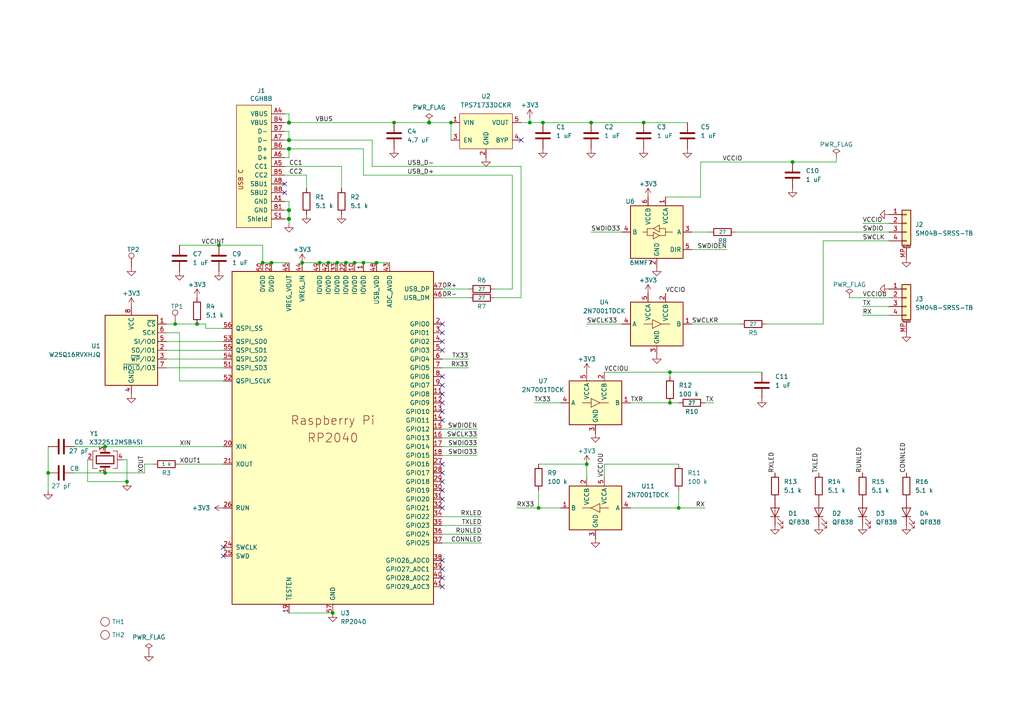
<source format=kicad_sch>
(kicad_sch (version 20231120) (generator "eeschema") (generator_version "8.0")
  (paper "A4")
  (title_block (title "USB to SWD interface") (date "2024-08-17") (rev "1") (company "Harmon Instruments, LLC"))
  (lib_symbols
    (symbol "Connector:TestPoint" (pin_numbers hide) (pin_names (offset 0.762) hide)
      (property "Reference" "TP" (at 0 6.858 0))
      (property "Value" "TestPoint" (at 0 5.08 0))
      (symbol "TestPoint_0_1"
        (circle (center 0 3.302) (radius 0.762))
      )
      (symbol "TestPoint_1_1"
        (pin passive line (at 0 0 90) (length 2.54) (name "1") (number "1"))
      )
    )
    (symbol "Connector_Generic_MountingPin:Conn_01x04_MountingPin" (pin_names (offset 1.016) hide)
      (property "Reference" "J" (at 0 5.08 0))
      (property "Value" "Conn_01x04_MountingPin" (at 1.27 -7.62 0))
      (symbol "Conn_01x04_MountingPin_1_1"
        (rectangle (start -1.27 -4.953) (end 0 -5.207) (stroke (width 0.1524)))
        (rectangle (start -1.27 -2.413) (end 0 -2.667) (stroke (width 0.1524)))
        (rectangle (start -1.27 0.127) (end 0 -0.127) (stroke (width 0.1524)))
        (rectangle (start -1.27 2.667) (end 0 2.413) (stroke (width 0.1524)))
        (rectangle (start -1.27 3.81) (end 1.27 -6.35) (stroke (width 0.254)) (fill (type background)))
        (polyline (pts (xy -1.016 -7.112) (xy 1.016 -7.112)) (stroke (width 0.1524)))
        (text "Mounting" (at 0 -6.731 0) (effects (font (size 0.381 0.381))))
        (pin passive line (at -5.08 2.54 0) (length 3.81) (name "Pin_1") (number "1"))
        (pin passive line (at -5.08 0 0) (length 3.81) (name "Pin_2") (number "2"))
        (pin passive line (at -5.08 -2.54 0) (length 3.81) (name "Pin_3") (number "3"))
        (pin passive line (at -5.08 -5.08 0) (length 3.81) (name "Pin_4") (number "4"))
        (pin passive line (at 0 -10.16 90) (length 3.048) (name "MountPin") (number "MP"))
      )
    )
    (symbol "Device:C" (pin_numbers hide) (pin_names (offset 0.254))
      (property "Reference" "C" (at 0.635 2.54 0))
      (property "Value" "C" (at 0.635 -2.54 0))
      (symbol "C_0_1"
        (polyline (pts (xy -2.032 -0.762) (xy 2.032 -0.762)) (stroke (width 0.508)))
        (polyline (pts (xy -2.032 0.762) (xy 2.032 0.762)) (stroke (width 0.508)))
      )
      (symbol "C_1_1"
        (pin passive line (at 0 3.81 270) (length 2.794) (name "~") (number "1"))
        (pin passive line (at 0 -3.81 90) (length 2.794) (name "~") (number "2"))
      )
    )
    (symbol "Device:Crystal_GND24" (pin_names (offset 1.016) hide)
      (property "Reference" "Y" (at 3.175 5.08 0))
      (property "Value" "Crystal_GND24" (at 3.175 3.175 0))
      (symbol "Crystal_GND24_0_1"
        (rectangle (start -1.143 2.54) (end 1.143 -2.54) (stroke (width 0.3048)))
        (polyline (pts (xy -2.54 0) (xy -2.032 0)))
        (polyline (pts (xy -2.032 -1.27) (xy -2.032 1.27)) (stroke (width 0.508)))
        (polyline (pts (xy 0 -3.81) (xy 0 -3.556)))
        (polyline (pts (xy 0 3.556) (xy 0 3.81)))
        (polyline (pts (xy 2.032 -1.27) (xy 2.032 1.27)) (stroke (width 0.508)))
        (polyline (pts (xy 2.032 0) (xy 2.54 0)))
        (polyline (pts (xy -2.54 -2.286) (xy -2.54 -3.556) (xy 2.54 -3.556) (xy 2.54 -2.286)))
        (polyline (pts (xy -2.54 2.286) (xy -2.54 3.556) (xy 2.54 3.556) (xy 2.54 2.286)))
      )
      (symbol "Crystal_GND24_1_1"
        (pin passive line (at -3.81 0 0) (length 1.27) (name "1") (number "1"))
        (pin passive line (at 0 5.08 270) (length 1.27) (name "2") (number "2"))
        (pin passive line (at 3.81 0 180) (length 1.27) (name "3") (number "3"))
        (pin passive line (at 0 -5.08 90) (length 1.27) (name "4") (number "4"))
      )
    )
    (symbol "Device:R" (pin_numbers hide) (pin_names (offset 0))
      (property "Reference" "R" (at 2.032 0 90))
      (property "Value" "R" (at 0 0 90))
      (symbol "R_0_1"
        (rectangle (start -1.016 -2.54) (end 1.016 2.54) (stroke (width 0.254)))
      )
      (symbol "R_1_1"
        (pin passive line (at 0 3.81 270) (length 1.27) (name "~") (number "1"))
        (pin passive line (at 0 -3.81 90) (length 1.27) (name "~") (number "2"))
      )
    )
    (symbol "Memory_Flash:AT25SF081-SSHD-X"
      (property "Reference" "U" (at -6.35 11.43 0))
      (property "Value" "AT25SF081-SSHD-X" (at 11.43 11.43 0))
      (symbol "AT25SF081-SSHD-X_0_1"
        (rectangle (start -7.62 10.16) (end 7.62 -10.16) (stroke (width 0.254)) (fill (type background)))
      )
      (symbol "AT25SF081-SSHD-X_1_1"
        (pin input line (at -10.16 7.62 0) (length 2.54) (name "~{CS}") (number "1"))
        (pin bidirectional line (at -10.16 0 0) (length 2.54) (name "SO/IO1") (number "2"))
        (pin bidirectional line (at -10.16 -2.54 0) (length 2.54) (name "~{WP}/IO2") (number "3"))
        (pin power_in line (at 0 -12.7 90) (length 2.54) (name "GND") (number "4"))
        (pin bidirectional line (at -10.16 2.54 0) (length 2.54) (name "SI/IO0") (number "5"))
        (pin input line (at -10.16 5.08 0) (length 2.54) (name "SCK") (number "6"))
        (pin bidirectional line (at -10.16 -5.08 0) (length 2.54) (name "~{HOLD}/IO3") (number "7"))
        (pin power_in line (at 0 12.7 270) (length 2.54) (name "VCC") (number "8"))
      )
    )
    (symbol "connector:CGH8B" (pin_names (offset 1.016))
      (property "Reference" "J" (at -10.16 3.81 0))
      (property "Value" "CGH8B" (at -10.16 1.27 0))
      (symbol "CGH8B_0_0"
        (text "USB C" (at -8.89 -21.59 900) (effects (font (size 1.27 1.27))))
      )
      (symbol "CGH8B_0_1"
        (rectangle (start 0 0) (end -10.16 -35.56) (fill (type background)))
      )
      (symbol "CGH8B_1_1"
        (pin passive line (at 3.81 -27.94 180) (length 3.81) (name "GND") (number "A1"))
        (pin passive line (at 3.81 -2.54 180) (length 3.81) (name "VBUS") (number "A4"))
        (pin passive line (at 3.81 -17.78 180) (length 3.81) (name "CC1") (number "A5"))
        (pin bidirectional line (at 3.81 -15.24 180) (length 3.81) (name "D+") (number "A6"))
        (pin bidirectional line (at 3.81 -10.16 180) (length 3.81) (name "D-") (number "A7"))
        (pin passive line (at 3.81 -22.86 180) (length 3.81) (name "SBU1") (number "A8"))
        (pin passive line (at 3.81 -30.48 180) (length 3.81) (name "GND") (number "B1"))
        (pin passive line (at 3.81 -5.08 180) (length 3.81) (name "VBUS") (number "B4"))
        (pin passive line (at 3.81 -20.32 180) (length 3.81) (name "CC2") (number "B5"))
        (pin bidirectional line (at 3.81 -12.7 180) (length 3.81) (name "D+") (number "B6"))
        (pin bidirectional line (at 3.81 -7.62 180) (length 3.81) (name "D-") (number "B7"))
        (pin passive line (at 3.81 -25.4 180) (length 3.81) (name "SBU2") (number "B8"))
        (pin passive line (at 3.81 -33.02 180) (length 3.81) (name "Shield") (number "S1"))
      )
    )
    (symbol "diode:QF838" (pin_numbers hide) (pin_names (offset 1.016) hide)
      (property "Reference" "D" (at 0 2.54 0))
      (property "Value" "QF838" (at 0 -2.54 0))
      (symbol "QF838_0_1"
        (polyline (pts (xy -1.27 -1.27) (xy -1.27 1.27)) (stroke (width 0.2032)))
        (polyline (pts (xy -1.27 0) (xy 1.27 0)))
        (polyline (pts (xy 1.27 -1.27) (xy 1.27 1.27) (xy -1.27 0) (xy 1.27 -1.27)) (stroke (width 0.2032)))
        (polyline (pts (xy -3.048 -0.762) (xy -4.572 -2.286) (xy -3.81 -2.286) (xy -4.572 -2.286) (xy -4.572 -1.524)))
        (polyline (pts (xy -1.778 -0.762) (xy -3.302 -2.286) (xy -2.54 -2.286) (xy -3.302 -2.286) (xy -3.302 -1.524)))
      )
      (symbol "QF838_1_1"
        (pin passive line (at -3.81 0 0) (length 2.54) (name "K") (number "1"))
        (pin passive line (at 3.81 0 180) (length 2.54) (name "A") (number "2"))
      )
    )
    (symbol "ic:2KVKT" (pin_names (offset 1.016))
      (property "Reference" "U12" (at -27.94 49.53 0))
      (property "Value" "2KVKT" (at 24.13 -50.8 0))
      (symbol "2KVKT_0_0"
        (text "Raspberry Pi" (at 0 5.08 0) (effects (font (size 2.54 2.54))))
        (text "RP2040" (at 0 0 0) (effects (font (size 2.54 2.54))))
      )
      (symbol "2KVKT_0_1"
        (rectangle (start 29.21 48.26) (end -29.21 -48.26) (stroke (width 0.254)) (fill (type background)))
      )
      (symbol "2KVKT_1_1"
        (pin power_in line (at 8.89 50.8 270) (length 2.54) (name "IOVDD") (number "1"))
        (pin power_in line (at 6.35 50.8 270) (length 2.54) (name "IOVDD") (number "10"))
        (pin bidirectional line (at 31.75 12.7 180) (length 2.54) (name "GPIO8") (number "11"))
        (pin bidirectional line (at 31.75 10.16 180) (length 2.54) (name "GPIO9") (number "12"))
        (pin bidirectional line (at 31.75 7.62 180) (length 2.54) (name "GPIO10") (number "13"))
        (pin bidirectional line (at 31.75 5.08 180) (length 2.54) (name "GPIO11") (number "14"))
        (pin bidirectional line (at 31.75 2.54 180) (length 2.54) (name "GPIO12") (number "15"))
        (pin bidirectional line (at 31.75 0 180) (length 2.54) (name "GPIO13") (number "16"))
        (pin bidirectional line (at 31.75 -2.54 180) (length 2.54) (name "GPIO14") (number "17"))
        (pin bidirectional line (at 31.75 -5.08 180) (length 2.54) (name "GPIO15") (number "18"))
        (pin passive line (at -12.7 -50.8 90) (length 2.54) (name "TESTEN") (number "19"))
        (pin bidirectional line (at 31.75 33.02 180) (length 2.54) (name "GPIO0") (number "2"))
        (pin input line (at -31.75 -2.54 0) (length 2.54) (name "XIN") (number "20"))
        (pin passive line (at -31.75 -7.62 0) (length 2.54) (name "XOUT") (number "21"))
        (pin power_in line (at 3.81 50.8 270) (length 2.54) (name "IOVDD") (number "22"))
        (pin power_in line (at -17.78 50.8 270) (length 2.54) (name "DVDD") (number "23"))
        (pin input line (at -31.75 -31.75 0) (length 2.54) (name "SWCLK") (number "24"))
        (pin bidirectional line (at -31.75 -34.29 0) (length 2.54) (name "SWD") (number "25"))
        (pin input line (at -31.75 -20.32 0) (length 2.54) (name "RUN") (number "26"))
        (pin bidirectional line (at 31.75 -7.62 180) (length 2.54) (name "GPIO16") (number "27"))
        (pin bidirectional line (at 31.75 -10.16 180) (length 2.54) (name "GPIO17") (number "28"))
        (pin bidirectional line (at 31.75 -12.7 180) (length 2.54) (name "GPIO18") (number "29"))
        (pin bidirectional line (at 31.75 30.48 180) (length 2.54) (name "GPIO1") (number "3"))
        (pin bidirectional line (at 31.75 -15.24 180) (length 2.54) (name "GPIO19") (number "30"))
        (pin bidirectional line (at 31.75 -17.78 180) (length 2.54) (name "GPIO20") (number "31"))
        (pin bidirectional line (at 31.75 -20.32 180) (length 2.54) (name "GPIO21") (number "32"))
        (pin power_in line (at 1.27 50.8 270) (length 2.54) (name "IOVDD") (number "33"))
        (pin bidirectional line (at 31.75 -22.86 180) (length 2.54) (name "GPIO22") (number "34"))
        (pin bidirectional line (at 31.75 -25.4 180) (length 2.54) (name "GPIO23") (number "35"))
        (pin bidirectional line (at 31.75 -27.94 180) (length 2.54) (name "GPIO24") (number "36"))
        (pin bidirectional line (at 31.75 -30.48 180) (length 2.54) (name "GPIO25") (number "37"))
        (pin bidirectional line (at 31.75 -35.56 180) (length 2.54) (name "GPIO26_ADC0") (number "38"))
        (pin bidirectional line (at 31.75 -38.1 180) (length 2.54) (name "GPIO27_ADC1") (number "39"))
        (pin bidirectional line (at 31.75 27.94 180) (length 2.54) (name "GPIO2") (number "4"))
        (pin bidirectional line (at 31.75 -40.64 180) (length 2.54) (name "GPIO28_ADC2") (number "40"))
        (pin bidirectional line (at 31.75 -43.18 180) (length 2.54) (name "GPIO29_ADC3") (number "41"))
        (pin power_in line (at -1.27 50.8 270) (length 2.54) (name "IOVDD") (number "42"))
        (pin power_in line (at 16.51 50.8 270) (length 2.54) (name "ADC_AVDD") (number "43"))
        (pin power_in line (at -8.89 50.8 270) (length 2.54) (name "VREG_IN") (number "44"))
        (pin power_out line (at -12.7 50.8 270) (length 2.54) (name "VREG_VOUT") (number "45"))
        (pin bidirectional line (at 31.75 40.64 180) (length 2.54) (name "USB_DM") (number "46"))
        (pin bidirectional line (at 31.75 43.18 180) (length 2.54) (name "USB_DP") (number "47"))
        (pin power_in line (at 12.7 50.8 270) (length 2.54) (name "USB_VDD") (number "48"))
        (pin power_in line (at -3.81 50.8 270) (length 2.54) (name "IOVDD") (number "49"))
        (pin bidirectional line (at 31.75 25.4 180) (length 2.54) (name "GPIO3") (number "5"))
        (pin power_in line (at -20.32 50.8 270) (length 2.54) (name "DVDD") (number "50"))
        (pin bidirectional line (at -31.75 20.32 0) (length 2.54) (name "QSPI_SD3") (number "51"))
        (pin output line (at -31.75 16.51 0) (length 2.54) (name "QSPI_SCLK") (number "52"))
        (pin bidirectional line (at -31.75 27.94 0) (length 2.54) (name "QSPI_SD0") (number "53"))
        (pin bidirectional line (at -31.75 22.86 0) (length 2.54) (name "QSPI_SD2") (number "54"))
        (pin bidirectional line (at -31.75 25.4 0) (length 2.54) (name "QSPI_SD1") (number "55"))
        (pin bidirectional line (at -31.75 31.75 0) (length 2.54) (name "QSPI_SS") (number "56"))
        (pin power_in line (at 0 -50.8 90) (length 2.54) (name "GND") (number "57"))
        (pin bidirectional line (at 31.75 22.86 180) (length 2.54) (name "GPIO4") (number "6"))
        (pin bidirectional line (at 31.75 20.32 180) (length 2.54) (name "GPIO5") (number "7"))
        (pin bidirectional line (at 31.75 17.78 180) (length 2.54) (name "GPIO6") (number "8"))
        (pin bidirectional line (at 31.75 15.24 180) (length 2.54) (name "GPIO7") (number "9"))
      )
    )
    (symbol "ic:2N7001TDCK"
      (property "Reference" "U" (at -6.858 7.62 0))
      (property "Value" "2N7001TDCK" (at 3.556 7.62 0))
      (symbol "2N7001TDCK_0_1"
        (rectangle (start -7.62 6.35) (end 7.62 -6.35) (stroke (width 0.254)) (fill (type background)))
        (polyline (pts (xy -3.81 0) (xy -1.27 0)))
        (polyline (pts (xy 3.81 0) (xy 1.27 0)))
        (polyline (pts (xy -1.27 -1.27) (xy -1.27 1.27) (xy 1.27 0) (xy -1.27 -1.27)))
      )
      (symbol "2N7001TDCK_1_1"
        (pin output line (at 10.16 0 180) (length 2.54) (name "B") (number "1"))
        (pin power_in line (at 2.54 8.89 270) (length 2.54) (name "VCCB") (number "2"))
        (pin power_in line (at 0 -8.89 90) (length 2.54) (name "GND") (number "3"))
        (pin input line (at -10.16 0 0) (length 2.54) (name "A") (number "4"))
        (pin power_in line (at -2.54 8.89 270) (length 2.54) (name "VCCA") (number "5"))
      )
    )
    (symbol "ic:6MMF7"
      (property "Reference" "U" (at -6.35 8.89 0))
      (property "Value" "6MMF7" (at 3.81 8.89 0))
      (symbol "6MMF7_0_1"
        (rectangle (start -7.62 7.62) (end 7.62 -7.62) (stroke (width 0.254)) (fill (type background)))
        (polyline (pts (xy -2.54 0) (xy -2.54 1.016) (xy -0.762 1.016)))
        (polyline (pts (xy 2.794 0) (xy 2.794 -1.016) (xy 1.016 -1.016)))
        (polyline (pts (xy -0.762 -1.016) (xy -2.54 -1.016) (xy -2.54 0) (xy -4.572 0)))
        (polyline (pts (xy -0.762 0) (xy -0.762 2.032) (xy 1.016 1.016) (xy -0.762 0)))
        (polyline (pts (xy 1.016 1.016) (xy 2.794 1.016) (xy 2.794 0) (xy 4.064 0)))
        (polyline (pts (xy 1.016 0) (xy 1.016 -1.778) (xy 1.016 -2.032) (xy -0.762 -1.016) (xy 1.016 0)))
      )
      (symbol "6MMF7_1_1"
        (pin power_in line (at -2.54 10.16 270) (length 2.54) (name "VCCA") (number "1"))
        (pin power_in line (at 0 -10.16 90) (length 2.54) (name "GND") (number "2"))
        (pin bidirectional line (at -10.16 0 0) (length 2.54) (name "A") (number "3"))
        (pin bidirectional line (at 10.16 0 180) (length 2.54) (name "B") (number "4"))
        (pin input line (at -10.16 -5.08 0) (length 2.54) (name "DIR") (number "5"))
        (pin power_in line (at 2.54 10.16 270) (length 2.54) (name "VCCB") (number "6"))
      )
    )
    (symbol "ic:CGK8Y" (pin_names (offset 1.016))
      (property "Reference" "U" (at 0 1.27 0))
      (property "Value" "CGK8Y" (at 15.24 1.27 0))
      (symbol "CGK8Y_0_1"
        (rectangle (start 0 0) (end 15.24 -10.16) (fill (type background)))
      )
      (symbol "CGK8Y_1_1"
        (pin power_in line (at -2.54 -2.54 0) (length 2.54) (name "VIN") (number "1"))
        (pin power_in line (at 7.62 -12.7 90) (length 2.54) (name "GND") (number "2"))
        (pin input line (at -2.54 -7.62 0) (length 2.54) (name "EN") (number "3"))
        (pin passive line (at 17.78 -7.62 180) (length 2.54) (name "BYP") (number "4"))
        (pin power_out line (at 17.78 -2.54 180) (length 2.54) (name "VOUT") (number "5"))
      )
    )
    (symbol "misc:tooling_hole" (pin_numbers hide) (pin_names (offset 1.016) hide)
      (property "Reference" "TH" (at 2.54 0 0))
      (symbol "tooling_hole_0_0"
        (circle (center 0 0) (radius 1.27))
      )
    )
    (symbol "power:+3V3" (power) (pin_names (offset 0))
      (property "Value" "+3V3" (at 0 3.556 0))
      (symbol "+3V3_0_1"
        (polyline (pts (xy -0.762 1.27) (xy 0 2.54)))
        (polyline (pts (xy 0 0) (xy 0 2.54)))
        (polyline (pts (xy 0 2.54) (xy 0.762 1.27)))
      )
      (symbol "+3V3_1_1"
        (pin power_in line (at 0 0 90) (length 0) hide (name "+3V3") (number "1"))
      )
    )
    (symbol "power:GND" (power) (pin_names (offset 0))
      (property "Value" "GND" (at 0 -3.81 0))
      (symbol "GND_0_1"
        (polyline (pts (xy 0 0) (xy 0 -1.27) (xy 1.27 -1.27) (xy 0 -2.54) (xy -1.27 -1.27) (xy 0 -1.27)))
      )
      (symbol "GND_1_1"
        (pin power_in line (at 0 0 270) (length 0) hide (name "GND") (number "1"))
      )
    )
    (symbol "power:PWR_FLAG" (power) (pin_numbers hide) (pin_names (offset 0) hide)
      (property "Value" "PWR_FLAG" (at 0 3.81 0))
      (symbol "PWR_FLAG_0_0"
        (pin power_out line (at 0 0 90) (length 0) (name "pwr") (number "1"))
      )
      (symbol "PWR_FLAG_0_1"
        (polyline (pts (xy 0 0) (xy 0 1.27) (xy -1.016 1.905) (xy 0 2.54) (xy 1.016 1.905) (xy 0 1.27)))
      )
    )
  )
  (junction (at 229.87 46.99))
  (junction (at 186.69 35.56))
  (junction (at 83.82 40.64) (diameter 1.016))
  (junction (at 95.25 76.2))
  (junction (at 83.82 43.18) (diameter 1.016))
  (junction (at 13.97 137.16))
  (junction (at 194.31 107.95))
  (junction (at 83.82 63.5) (diameter 1.016))
  (junction (at 50.8 93.98))
  (junction (at 36.83 139.7))
  (junction (at 171.45 35.56))
  (junction (at 109.22 76.2))
  (junction (at 153.67 35.56))
  (junction (at 124.46 35.56) (diameter 1.016))
  (junction (at 194.31 116.84))
  (junction (at 170.18 134.62))
  (junction (at 196.85 147.32))
  (junction (at 96.52 177.8))
  (junction (at 100.33 76.2))
  (junction (at 87.63 76.2))
  (junction (at 78.74 76.2))
  (junction (at 114.3 35.56))
  (junction (at 102.87 76.2))
  (junction (at 92.71 76.2))
  (junction (at 30.48 129.54))
  (junction (at 156.21 147.32))
  (junction (at 76.2 76.2))
  (junction (at 83.82 35.56) (diameter 1.016))
  (junction (at 57.15 93.98))
  (junction (at 83.82 60.96) (diameter 1.016))
  (junction (at 63.5 71.12))
  (junction (at 130.81 35.56))
  (junction (at 105.41 76.2))
  (junction (at 30.48 137.16))
  (junction (at 157.48 35.56))
  (junction (at 97.79 76.2))
  (no_connect (at 128.27 167.64))
  (no_connect (at 128.27 114.3))
  (no_connect (at 128.27 111.76))
  (no_connect (at 128.27 99.06))
  (no_connect (at 64.77 161.29))
  (no_connect (at 128.27 144.78))
  (no_connect (at 128.27 147.32))
  (no_connect (at 128.27 162.56))
  (no_connect (at 128.27 170.18))
  (no_connect (at 128.27 134.62))
  (no_connect (at 128.27 142.24))
  (no_connect (at 151.13 40.64))
  (no_connect (at 128.27 165.1))
  (no_connect (at 128.27 109.22))
  (no_connect (at 128.27 96.52))
  (no_connect (at 128.27 139.7))
  (no_connect (at 128.27 137.16))
  (no_connect (at 128.27 93.98))
  (no_connect (at 82.55 55.88))
  (no_connect (at 82.55 53.34))
  (no_connect (at 64.77 158.75))
  (no_connect (at 128.27 119.38))
  (no_connect (at 128.27 101.6))
  (no_connect (at 128.27 121.92))
  (no_connect (at 128.27 116.84))
  (wire (pts (xy 105.41 50.8) (xy 148.59 50.8)))
  (wire (pts (xy 156.21 142.24) (xy 156.21 147.32)))
  (wire (pts (xy 194.31 109.22) (xy 194.31 107.95)))
  (wire (pts (xy 139.7 149.86) (xy 128.27 149.86)))
  (wire (pts (xy 50.8 93.98) (xy 57.15 93.98)))
  (wire (pts (xy 170.18 93.98) (xy 180.34 93.98)))
  (wire (pts (xy 196.85 147.32) (xy 204.47 147.32)))
  (wire (pts (xy 229.87 46.99) (xy 242.57 46.99)))
  (wire (pts (xy 52.07 96.52) (xy 52.07 110.49)))
  (wire (pts (xy 257.81 64.77) (xy 250.19 64.77)))
  (wire (pts (xy 196.85 147.32) (xy 196.85 142.24)))
  (wire (pts (xy 238.76 69.85) (xy 257.81 69.85)))
  (wire (pts (xy 76.2 76.2) (xy 78.74 76.2)))
  (wire (pts (xy 83.82 58.42) (xy 82.55 58.42)))
  (wire (pts (xy 210.82 72.39) (xy 200.66 72.39)))
  (wire (pts (xy 105.41 76.2) (xy 102.87 76.2)))
  (wire (pts (xy 82.55 43.18) (xy 83.82 43.18)))
  (wire (pts (xy 151.13 35.56) (xy 153.67 35.56)))
  (wire (pts (xy 153.67 35.56) (xy 157.48 35.56)))
  (wire (pts (xy 138.43 124.46) (xy 128.27 124.46)))
  (wire (pts (xy 148.59 83.82) (xy 143.51 83.82)))
  (wire (pts (xy 138.43 127) (xy 128.27 127)))
  (wire (pts (xy 242.57 45.72) (xy 242.57 46.99)))
  (wire (pts (xy 139.7 157.48) (xy 128.27 157.48)))
  (wire (pts (xy 36.83 133.35) (xy 35.56 133.35)))
  (wire (pts (xy 102.87 76.2) (xy 100.33 76.2)))
  (wire (pts (xy 200.66 93.98) (xy 214.63 93.98)))
  (wire (pts (xy 99.06 48.26) (xy 99.06 54.61)))
  (wire (pts (xy 13.97 129.54) (xy 13.97 137.16)))
  (wire (pts (xy 83.82 60.96) (xy 83.82 58.42)))
  (wire (pts (xy 196.85 116.84) (xy 194.31 116.84)))
  (wire (pts (xy 182.88 116.84) (xy 194.31 116.84)))
  (wire (pts (xy 82.55 48.26) (xy 99.06 48.26)))
  (wire (pts (xy 48.26 93.98) (xy 50.8 93.98)))
  (wire (pts (xy 82.55 50.8) (xy 88.9 50.8)))
  (wire (pts (xy 21.59 137.16) (xy 30.48 137.16)))
  (wire (pts (xy 83.82 35.56) (xy 114.3 35.56)))
  (wire (pts (xy 82.55 38.1) (xy 83.82 38.1)))
  (wire (pts (xy 175.26 107.95) (xy 194.31 107.95)))
  (wire (pts (xy 139.7 154.94) (xy 128.27 154.94)))
  (wire (pts (xy 156.21 147.32) (xy 149.86 147.32)))
  (wire (pts (xy 57.15 93.98) (xy 59.69 93.98)))
  (wire (pts (xy 30.48 137.16) (xy 41.91 137.16)))
  (wire (pts (xy 135.89 83.82) (xy 128.27 83.82)))
  (wire (pts (xy 82.55 60.96) (xy 83.82 60.96)))
  (wire (pts (xy 83.82 33.02) (xy 83.82 35.56)))
  (wire (pts (xy 105.41 43.18) (xy 105.41 50.8)))
  (wire (pts (xy 52.07 71.12) (xy 63.5 71.12)))
  (wire (pts (xy 21.59 129.54) (xy 30.48 129.54)))
  (wire (pts (xy 156.21 134.62) (xy 170.18 134.62)))
  (wire (pts (xy 82.55 35.56) (xy 83.82 35.56)))
  (wire (pts (xy 41.91 134.62) (xy 44.45 134.62)))
  (wire (pts (xy 170.18 134.62) (xy 170.18 138.43)))
  (wire (pts (xy 36.83 139.7) (xy 36.83 133.35)))
  (wire (pts (xy 83.82 45.72) (xy 82.55 45.72)))
  (wire (pts (xy 128.27 86.36) (xy 135.89 86.36)))
  (wire (pts (xy 246.38 86.36) (xy 257.81 86.36)))
  (wire (pts (xy 157.48 35.56) (xy 171.45 35.56)))
  (wire (pts (xy 63.5 71.12) (xy 76.2 71.12)))
  (wire (pts (xy 207.01 116.84) (xy 204.47 116.84)))
  (wire (pts (xy 30.48 129.54) (xy 64.77 129.54)))
  (wire (pts (xy 78.74 76.2) (xy 83.82 76.2)))
  (wire (pts (xy 238.76 93.98) (xy 222.25 93.98)))
  (wire (pts (xy 196.85 134.62) (xy 175.26 134.62)))
  (wire (pts (xy 41.91 137.16) (xy 41.91 134.62)))
  (wire (pts (xy 182.88 147.32) (xy 196.85 147.32)))
  (wire (pts (xy 203.2 46.99) (xy 203.2 57.15)))
  (wire (pts (xy 151.13 86.36) (xy 151.13 48.26)))
  (wire (pts (xy 139.7 152.4) (xy 128.27 152.4)))
  (wire (pts (xy 114.3 35.56) (xy 124.46 35.56)))
  (wire (pts (xy 156.21 147.32) (xy 162.56 147.32)))
  (wire (pts (xy 143.51 86.36) (xy 151.13 86.36)))
  (wire (pts (xy 128.27 104.14) (xy 135.89 104.14)))
  (wire (pts (xy 87.63 76.2) (xy 92.71 76.2)))
  (wire (pts (xy 64.77 104.14) (xy 48.26 104.14)))
  (wire (pts (xy 213.36 67.31) (xy 257.81 67.31)))
  (wire (pts (xy 83.82 38.1) (xy 83.82 40.64)))
  (wire (pts (xy 59.69 93.98) (xy 59.69 95.25)))
  (wire (pts (xy 107.95 48.26) (xy 151.13 48.26)))
  (wire (pts (xy 138.43 129.54) (xy 128.27 129.54)))
  (wire (pts (xy 100.33 76.2) (xy 97.79 76.2)))
  (wire (pts (xy 193.04 57.15) (xy 203.2 57.15)))
  (wire (pts (xy 64.77 101.6) (xy 48.26 101.6)))
  (wire (pts (xy 83.82 40.64) (xy 107.95 40.64)))
  (wire (pts (xy 83.82 177.8) (xy 96.52 177.8)))
  (wire (pts (xy 83.82 43.18) (xy 105.41 43.18)))
  (wire (pts (xy 52.07 134.62) (xy 64.77 134.62)))
  (wire (pts (xy 64.77 106.68) (xy 48.26 106.68)))
  (wire (pts (xy 171.45 35.56) (xy 186.69 35.56)))
  (wire (pts (xy 83.82 63.5) (xy 83.82 60.96)))
  (wire (pts (xy 171.45 67.31) (xy 180.34 67.31)))
  (wire (pts (xy 200.66 67.31) (xy 205.74 67.31)))
  (wire (pts (xy 175.26 134.62) (xy 175.26 138.43)))
  (wire (pts (xy 95.25 76.2) (xy 92.71 76.2)))
  (wire (pts (xy 148.59 50.8) (xy 148.59 83.82)))
  (wire (pts (xy 83.82 43.18) (xy 83.82 45.72)))
  (wire (pts (xy 13.97 137.16) (xy 13.97 142.24)))
  (wire (pts (xy 52.07 110.49) (xy 64.77 110.49)))
  (wire (pts (xy 109.22 76.2) (xy 105.41 76.2)))
  (wire (pts (xy 82.55 63.5) (xy 83.82 63.5)))
  (wire (pts (xy 257.81 91.44) (xy 250.19 91.44)))
  (wire (pts (xy 48.26 99.06) (xy 64.77 99.06)))
  (wire (pts (xy 48.26 96.52) (xy 52.07 96.52)))
  (wire (pts (xy 97.79 76.2) (xy 95.25 76.2)))
  (wire (pts (xy 186.69 35.56) (xy 199.39 35.56)))
  (wire (pts (xy 76.2 71.12) (xy 76.2 76.2)))
  (wire (pts (xy 138.43 132.08) (xy 128.27 132.08)))
  (wire (pts (xy 130.81 40.64) (xy 130.81 35.56)))
  (wire (pts (xy 203.2 46.99) (xy 229.87 46.99)))
  (wire (pts (xy 162.56 116.84) (xy 154.94 116.84)))
  (wire (pts (xy 82.55 33.02) (xy 83.82 33.02)))
  (wire (pts (xy 113.03 76.2) (xy 109.22 76.2)))
  (wire (pts (xy 257.81 88.9) (xy 250.19 88.9)))
  (wire (pts (xy 25.4 139.7) (xy 36.83 139.7)))
  (wire (pts (xy 83.82 40.64) (xy 82.55 40.64)))
  (wire (pts (xy 153.67 35.56) (xy 153.67 34.29)))
  (wire (pts (xy 107.95 40.64) (xy 107.95 48.26)))
  (wire (pts (xy 194.31 107.95) (xy 220.98 107.95)))
  (wire (pts (xy 124.46 35.56) (xy 130.81 35.56)))
  (wire (pts (xy 88.9 50.8) (xy 88.9 54.61)))
  (wire (pts (xy 128.27 106.68) (xy 135.89 106.68)))
  (wire (pts (xy 238.76 69.85) (xy 238.76 93.98)))
  (wire (pts (xy 25.4 133.35) (xy 25.4 139.7)))
  (wire (pts (xy 83.82 64.77) (xy 83.82 63.5)))
  (wire (pts (xy 59.69 95.25) (xy 64.77 95.25)))
  (label "SWDIOEN" (at 210.82 72.39 180))
  (label "RUNLED" (at 139.7 154.94 180))
  (label "USB_D-" (at 118.11 48.26 0))
  (label "SWDIO33" (at 171.45 67.31 0))
  (label "SWCLK33" (at 170.18 93.98 0))
  (label "TX" (at 250.19 88.9 0))
  (label "DR+" (at 128.27 83.82 0))
  (label "TX" (at 207.01 116.84 180))
  (label "VCCIO" (at 250.19 64.77 0))
  (label "SWDIO33" (at 138.43 129.54 180))
  (label "XIN" (at 52.07 129.54 0))
  (label "TXLED" (at 237.49 137.16 90))
  (label "TXLED" (at 139.7 152.4 180))
  (label "RUNLED" (at 250.19 137.16 90))
  (label "USB_D+" (at 118.11 50.8 0))
  (label "VCCIO" (at 193.04 85.09 0))
  (label "SWCLK33" (at 138.43 127 180))
  (label "VCCIOU" (at 250.19 86.36 0))
  (label "CONNLED" (at 262.89 137.16 90))
  (label "CONNLED" (at 139.7 157.48 180))
  (label "RXLED" (at 224.79 137.16 90))
  (label "SWDIO" (at 250.19 67.31 0))
  (label "RXLED" (at 139.7 149.86 180))
  (label "RX33" (at 149.86 147.32 0))
  (label "SWDIO33" (at 138.43 132.08 180))
  (label "SWCLK" (at 250.19 69.85 0))
  (label "CC1" (at 83.82 48.26 0))
  (label "VCCIOU" (at 175.26 138.43 90))
  (label "XOUT1" (at 52.07 134.62 0))
  (label "DR-" (at 128.27 86.36 0))
  (label "VCCIOU" (at 175.26 107.95 0))
  (label "VCCINT" (at 58.42 71.12 0))
  (label "TX33" (at 135.89 104.14 180))
  (label "RX" (at 204.47 147.32 180))
  (label "VBUS" (at 91.44 35.56 0))
  (label "SWDIOEN" (at 138.43 124.46 180))
  (label "VCCIO" (at 209.55 46.99 0))
  (label "TX33" (at 154.94 116.84 0))
  (label "RX" (at 250.19 91.44 0))
  (label "XOUT" (at 41.91 137.16 90))
  (label "TXR" (at 182.88 116.84 0))
  (label "CC2" (at 83.82 50.8 0))
  (label "SWCLKR" (at 200.66 93.98 0))
  (label "RX33" (at 135.89 106.68 180))
  (symbol (lib_id "power:GND") (at 114.3 43.18 0) (unit 1)
    (property "Reference" "#GND06" (effects (hide yes)))
    (property "Value" "GND" (effects (hide yes)))
    (property "Description" "Power symbol creates a global label with name \"GND\" , ground" (effects (hide yes)))
  )
  (symbol (lib_id "Device:C") (at 157.48 39.37 0) (unit 1)
    (property "Reference" "C1" (at 161.29 36.83 0) (effects (justify left)))
    (property "Value" "1 uF" (at 161.29 39.37 0) (effects (justify left)))
    (property "Footprint" "kicad_pcb:C_0402_1005Metric" (effects (hide yes)))
    (property "Description" "Unpolarized capacitor" (effects (hide yes)))
  )
  (symbol (lib_id "power:GND") (at 157.48 43.18 0) (unit 1)
    (property "Reference" "#GND01" (effects (hide yes)))
    (property "Value" "GND" (effects (hide yes)))
    (property "Description" "Power symbol creates a global label with name \"GND\" , ground" (effects (hide yes)))
  )
  (symbol (lib_id "Device:C") (at 171.45 39.37 0) (unit 1)
    (property "Reference" "C2" (at 175.26 36.83 0) (effects (justify left)))
    (property "Value" "1 uF" (at 175.26 39.37 0) (effects (justify left)))
    (property "Footprint" "kicad_pcb:C_0402_1005Metric" (effects (hide yes)))
    (property "Description" "Unpolarized capacitor" (effects (hide yes)))
  )
  (symbol (lib_id "power:GND") (at 171.45 43.18 0) (unit 1)
    (property "Reference" "#GND04" (effects (hide yes)))
    (property "Value" "GND" (effects (hide yes)))
    (property "Description" "Power symbol creates a global label with name \"GND\" , ground" (effects (hide yes)))
  )
  (symbol (lib_id "Device:C") (at 186.69 39.37 0) (unit 1)
    (property "Reference" "C3" (at 190.5 36.83 0) (effects (justify left)))
    (property "Value" "1 uF" (at 190.5 39.37 0) (effects (justify left)))
    (property "Footprint" "kicad_pcb:C_0402_1005Metric" (effects (hide yes)))
    (property "Description" "Unpolarized capacitor" (effects (hide yes)))
  )
  (symbol (lib_id "power:GND") (at 186.69 43.18 0) (unit 1)
    (property "Reference" "#GND05" (effects (hide yes)))
    (property "Value" "GND" (effects (hide yes)))
    (property "Description" "Power symbol creates a global label with name \"GND\" , ground" (effects (hide yes)))
  )
  (symbol (lib_id "Device:C") (at 229.87 50.8 0) (unit 1)
    (property "Reference" "C10" (at 233.68 49.53 0) (effects (justify left)))
    (property "Value" "1 uF" (at 233.68 52.07 0) (effects (justify left)))
    (property "Footprint" "kicad_pcb:C_0402_1005Metric" (effects (hide yes)))
    (property "Description" "Unpolarized capacitor" (effects (hide yes)))
  )
  (symbol (lib_id "power:GND") (at 199.39 43.18 0) (unit 1)
    (property "Reference" "#GND07" (effects (hide yes)))
    (property "Value" "GND" (effects (hide yes)))
    (property "Description" "Power symbol creates a global label with name \"GND\" , ground" (effects (hide yes)))
  )
  (symbol (lib_id "power:GND") (at 229.87 54.61 0) (unit 1)
    (property "Reference" "#GND020" (effects (hide yes)))
    (property "Value" "GND" (effects (hide yes)))
    (property "Description" "Power symbol creates a global label with name \"GND\" , ground" (effects (hide yes)))
  )
  (symbol (lib_id "power:GND") (at 262.89 74.93 0) (unit 1)
    (property "Reference" "#GND022" (effects (hide yes)))
    (property "Value" "GND" (effects (hide yes)))
    (property "Description" "Power symbol creates a global label with name \"GND\" , ground" (effects (hide yes)))
  )
  (symbol (lib_id "misc:tooling_hole") (at 30.48 180.34 0) (unit 1)
    (property "Reference" "TH1" (at 32.4612 180.34 0) (effects (justify left)))
    (property "Value" "tooling_hole" (effects (hide yes)))
    (property "Footprint" "kicad_pcb:tooling_hole_2.55" (effects (hide yes)))
  )
  (symbol (lib_id "misc:tooling_hole") (at 30.48 184.15 0) (unit 1)
    (property "Reference" "TH2" (at 32.4612 184.15 0) (effects (justify left)))
    (property "Value" "tooling_hole" (effects (hide yes)))
    (property "Footprint" "kicad_pcb:tooling_hole_2.55" (effects (hide yes)))
  )
  (symbol (lib_id "Device:C") (at 199.39 39.37 0) (unit 1)
    (property "Reference" "C5" (at 203.2 36.83 0) (effects (justify left)))
    (property "Value" "1 uF" (at 203.2 39.37 0) (effects (justify left)))
    (property "Footprint" "kicad_pcb:C_0402_1005Metric" (effects (hide yes)))
    (property "Description" "Unpolarized capacitor" (effects (hide yes)))
  )
  (symbol (lib_id "power:PWR_FLAG") (at 242.57 45.72 0) (unit 1)
    (property "Reference" "#FLG01" (effects (hide yes)))
    (property "Value" "PWR_FLAG" (at 242.57 41.91 0))
    (property "Description" "Special symbol for telling ERC where power comes from" (effects (hide yes)))
  )
  (symbol (lib_id "ic:6MMF7") (at 190.5 67.31 0) (mirror y) (unit 1)
    (property "Reference" "U6" (at 184.15 58.42 0) (effects (justify left)))
    (property "Value" "6MMF7" (at 189.23 76.2 0) (effects (justify left)))
    (property "Footprint" "kicad_pcb:SOT-363_SC-70-6" (effects (hide yes)))
    (property "Datasheet" "${PARTS}/6MMF7/74LVC_LVCH1T45.pdf" (effects (hide yes)))
  )
  (symbol (lib_id "power:GND") (at 190.5 77.47 0) (unit 1)
    (property "Reference" "#GND0105" (effects (hide yes)))
    (property "Value" "GND" (effects (hide yes)))
    (property "Description" "Power symbol creates a global label with name \"GND\" , ground" (effects (hide yes)))
  )
  (symbol (lib_id "connector:CGH8B") (at 78.74 30.48 0) (unit 1)
    (property "Reference" "J1" (at 75.7682 26.289 0))
    (property "Value" "CGH8B" (at 75.7682 28.6004 0))
    (property "Footprint" "kicad_pcb:USB_C_Receptacle_HRO_TYPE-C-31-M-12" (effects (hide yes)))
    (property "Datasheet" "${PARTS}/CGH8B/TYPE-C-31-M-12.pdf" (effects (hide yes)))
  )
  (symbol (lib_id "power:GND") (at 83.82 64.77 0) (unit 1)
    (property "Reference" "#GND0101" (effects (hide yes)))
    (property "Value" "GND" (effects (hide yes)))
    (property "Description" "Power symbol creates a global label with name \"GND\" , ground" (effects (hide yes)))
  )
  (symbol (lib_id "power:GND") (at 88.9 62.23 0) (unit 1)
    (property "Reference" "#GND0102" (effects (hide yes)))
    (property "Value" "GND" (effects (hide yes)))
    (property "Description" "Power symbol creates a global label with name \"GND\" , ground" (effects (hide yes)))
  )
  (symbol (lib_id "power:GND") (at 99.06 62.23 0) (unit 1)
    (property "Reference" "#GND0111" (effects (hide yes)))
    (property "Value" "GND" (effects (hide yes)))
    (property "Description" "Power symbol creates a global label with name \"GND\" , ground" (effects (hide yes)))
  )
  (symbol (lib_id "power:PWR_FLAG") (at 124.46 35.56 0) (unit 1)
    (property "Reference" "#FLG0101" (effects (hide yes)))
    (property "Value" "PWR_FLAG" (at 124.46 31.1658 0))
    (property "Description" "Special symbol for telling ERC where power comes from" (effects (hide yes)))
  )
  (symbol (lib_id "power:PWR_FLAG") (at 43.18 189.23 0) (unit 1)
    (property "Reference" "#FLG0102" (effects (hide yes)))
    (property "Value" "PWR_FLAG" (at 43.18 184.8358 0))
    (property "Description" "Special symbol for telling ERC where power comes from" (effects (hide yes)))
  )
  (symbol (lib_id "power:GND") (at 43.18 189.23 0) (unit 1)
    (property "Reference" "#GND0112" (effects (hide yes)))
    (property "Value" "GND" (effects (hide yes)))
    (property "Description" "Power symbol creates a global label with name \"GND\" , ground" (effects (hide yes)))
  )
  (symbol (lib_id "power:GND") (at 38.1 114.3 0) (unit 1)
    (property "Reference" "#PWR05" (effects (hide yes)))
    (property "Value" "GND" (effects (hide yes)))
    (property "Description" "Power symbol creates a global label with name \"GND\" , ground" (effects (hide yes)))
  )
  (symbol (lib_id "power:GND") (at 250.19 152.4 0) (unit 1)
    (property "Reference" "#GND016" (effects (hide yes)))
    (property "Value" "GND" (effects (hide yes)))
    (property "Description" "Power symbol creates a global label with name \"GND\" , ground" (effects (hide yes)))
  )
  (symbol (lib_id "Device:R") (at 194.31 113.03 0) (unit 1)
    (property "Reference" "R12" (at 196.85 111.7599 0) (effects (justify left)))
    (property "Value" "100 k" (at 196.85 114.2999 0) (effects (justify left)))
    (property "Footprint" "kicad_pcb:R_0402_1005Metric" (effects (hide yes)))
    (property "Description" "Resistor" (effects (hide yes)))
  )
  (symbol (lib_id "Device:R") (at 224.79 140.97 0) (unit 1)
    (property "Reference" "R13" (at 227.33 139.6999 0) (effects (justify left)))
    (property "Value" "5.1 k" (at 227.33 142.2399 0) (effects (justify left)))
    (property "Footprint" "kicad_pcb:R_0402_1005Metric" (effects (hide yes)))
    (property "Description" "Resistor" (effects (hide yes)))
  )
  (symbol (lib_id "Memory_Flash:AT25SF081-SSHD-X") (at 38.1 101.6 0) (mirror y) (unit 1)
    (property "Reference" "U1" (at 29.21 100.3299 0) (effects (justify left)))
    (property "Value" "W25Q16RVXHJQ" (at 29.21 102.8699 0) (effects (justify left)))
    (property "Footprint" "kicad_pcb:XSON-8-1EP_3x2mm_P0.5mm_EP0.2x1.6mm" (effects (hide yes)))
  )
  (symbol (lib_id "power:GND") (at 262.89 96.52 0) (unit 1)
    (property "Reference" "#GND09" (effects (hide yes)))
    (property "Value" "GND" (effects (hide yes)))
    (property "Description" "Power symbol creates a global label with name \"GND\" , ground" (effects (hide yes)))
  )
  (symbol (lib_id "power:GND") (at 237.49 152.4 0) (unit 1)
    (property "Reference" "#GND015" (effects (hide yes)))
    (property "Value" "GND" (effects (hide yes)))
    (property "Description" "Power symbol creates a global label with name \"GND\" , ground" (effects (hide yes)))
  )
  (symbol (lib_id "diode:QF838") (at 237.49 148.59 90) (unit 1)
    (property "Reference" "D2" (at 241.3 148.9201 90) (effects (justify right)))
    (property "Value" "QF838" (at 241.3 151.4601 90) (effects (justify right)))
    (property "Footprint" "kicad_pcb:LED_0603_1608Metric" (effects (hide yes)))
    (property "Datasheet" "$PARTS/QF838/LG_L29K.pdf" (effects (hide yes)))
    (property "Description" "Green Light emitting diode" (effects (hide yes)))
  )
  (symbol (lib_id "power:GND") (at 52.07 78.74 0) (unit 1)
    (property "Reference" "#PWR03" (effects (hide yes)))
    (property "Value" "GND" (effects (hide yes)))
    (property "Description" "Power symbol creates a global label with name \"GND\" , ground" (effects (hide yes)))
  )
  (symbol (lib_id "power:+3V3") (at 153.67 34.29 0) (unit 1)
    (property "Reference" "#PWR04" (effects (hide yes)))
    (property "Value" "+3V3" (at 153.67 30.48 0))
    (property "Description" "Power symbol creates a global label with name \"+3V3\"" (effects (hide yes)))
  )
  (symbol (lib_id "power:GND") (at 172.72 156.21 0) (unit 1)
    (property "Reference" "#GND011" (effects (hide yes)))
    (property "Value" "GND" (effects (hide yes)))
    (property "Description" "Power symbol creates a global label with name \"GND\" , ground" (effects (hide yes)))
  )
  (symbol (lib_id "power:GND") (at 257.81 62.23 270) (unit 1)
    (property "Reference" "#GND03" (effects (hide yes)))
    (property "Value" "GND" (effects (hide yes)))
    (property "Description" "Power symbol creates a global label with name \"GND\" , ground" (effects (hide yes)))
  )
  (symbol (lib_id "Device:C") (at 17.78 129.54 270) (unit 1)
    (property "Reference" "C6" (at 22.86 128.27 90))
    (property "Value" "27 pF" (at 22.86 130.81 90))
    (property "Footprint" "kicad_pcb:C_0402_1005Metric" (effects (hide yes)))
  )
  (symbol (lib_id "Connector:TestPoint") (at 38.1 77.47 0) (unit 1)
    (property "Reference" "TP2" (at 36.83 72.39 0) (effects (justify left)))
    (property "Value" "TestPoint" (effects (hide yes)))
    (property "Footprint" "TestPoint:TestPoint_THTPad_1.5x1.5mm_Drill0.7mm" (effects (hide yes)))
    (property "Description" "test point" (effects (hide yes)))
  )
  (symbol (lib_id "power:GND") (at 224.79 152.4 0) (unit 1)
    (property "Reference" "#GND014" (effects (hide yes)))
    (property "Value" "GND" (effects (hide yes)))
    (property "Description" "Power symbol creates a global label with name \"GND\" , ground" (effects (hide yes)))
  )
  (symbol (lib_id "Device:R") (at 196.85 138.43 0) (unit 1)
    (property "Reference" "R11" (at 199.39 137.1599 0) (effects (justify left)))
    (property "Value" "100 k" (at 199.39 139.6999 0) (effects (justify left)))
    (property "Footprint" "kicad_pcb:R_0402_1005Metric" (effects (hide yes)))
    (property "Description" "Resistor" (effects (hide yes)))
  )
  (symbol (lib_id "power:+3V3") (at 38.1 88.9 0) (unit 1)
    (property "Reference" "#PWR02" (effects (hide yes)))
    (property "Value" "+3V3" (at 38.1 85.09 0))
    (property "Description" "Power symbol creates a global label with name \"+3V3\"" (effects (hide yes)))
  )
  (symbol (lib_id "Device:R") (at 57.15 90.17 0) (unit 1)
    (property "Reference" "R4" (at 59.69 88.8999 0) (effects (justify left)))
    (property "Value" "5.1 k" (at 59.69 91.4399 0) (effects (justify left)))
    (property "Footprint" "kicad_pcb:R_0402_1005Metric" (effects (hide yes)))
    (property "Description" "Resistor" (effects (hide yes)))
  )
  (symbol (lib_id "Connector_Generic_MountingPin:Conn_01x04_MountingPin") (at 262.89 64.77 0) (unit 1)
    (property "Reference" "J2" (at 265.43 65.1255 0) (effects (justify left)))
    (property "Value" "SM04B-SRSS-TB" (at 265.43 67.6655 0) (effects (justify left)))
    (property "Footprint" "Connector_JST:JST_SH_SM04B-SRSS-TB_1x04-1MP_P1.00mm_Horizontal" (effects (hide yes)))
    (property "Description" "Generic connectable mounting pin connector, single row, 01x04, script generated (kicad-library-utils/schlib/autogen/connector/)" (effects (hide yes)))
  )
  (symbol (lib_id "Device:R") (at 139.7 83.82 270) (unit 1)
    (property "Reference" "R6" (at 139.7 81.28 90))
    (property "Value" "27" (at 139.7 83.82 90) (effects (font (size 1.016 1.016))))
    (property "Footprint" "kicad_pcb:R_0402_1005Metric" (effects (hide yes)))
  )
  (symbol (lib_id "power:GND") (at 63.5 78.74 0) (unit 1)
    (property "Reference" "#PWR08" (effects (hide yes)))
    (property "Value" "GND" (effects (hide yes)))
    (property "Description" "Power symbol creates a global label with name \"GND\" , ground" (effects (hide yes)))
  )
  (symbol (lib_id "diode:QF838") (at 224.79 148.59 90) (unit 1)
    (property "Reference" "D1" (at 228.6 148.9201 90) (effects (justify right)))
    (property "Value" "QF838" (at 228.6 151.4601 90) (effects (justify right)))
    (property "Footprint" "kicad_pcb:LED_0603_1608Metric" (effects (hide yes)))
    (property "Datasheet" "$PARTS/QF838/LG_L29K.pdf" (effects (hide yes)))
    (property "Description" "Green Light emitting diode" (effects (hide yes)))
  )
  (symbol (lib_id "ic:2N7001TDCK") (at 190.5 93.98 0) (unit 1)
    (property "Reference" "U4" (at 175.26 87.6614 0))
    (property "Value" "2N7001TDCK" (at 175.26 90.2014 0))
    (property "Footprint" "kicad_pcb:SOT-353_SC-70-5" (effects (hide yes)))
    (property "Datasheet" "https://www.ti.com/lit/ds/symlink/2n7001t.pdf" (effects (hide yes)))
    (property "Description" "Dual-Supply Level Translator" (effects (hide yes)))
  )
  (symbol (lib_id "power:+3V3") (at 170.18 107.95 0) (unit 1)
    (property "Reference" "#PWR015" (effects (hide yes)))
    (property "Value" "+3V3" (at 170.18 104.14 0))
    (property "Description" "Power symbol creates a global label with name \"+3V3\"" (effects (hide yes)))
  )
  (symbol (lib_id "Device:Crystal_GND24") (at 30.48 133.35 90) (unit 1)
    (property "Reference" "Y1" (at 27.305 125.73 90))
    (property "Value" "X322512MSB4SI" (at 33.655 128.27 90))
    (property "Footprint" "Oscillator:Oscillator_SMD_SeikoEpson_SG8002CE-4Pin_3.2x2.5mm" (effects (hide yes)))
    (property "Datasheet" "${PARTS}/CMJTY" (effects (hide yes)))
    (property "LCSC" "C9002" (effects (hide yes)))
  )
  (symbol (lib_id "ic:2KVKT") (at 96.52 127 0) (unit 1)
    (property "Reference" "U3" (at 98.7141 177.8 0) (effects (justify left)))
    (property "Value" "RP2040" (at 98.7141 180.34 0) (effects (justify left)))
    (property "Footprint" "kicad_pcb:QFN-56-RP2040" (effects (hide yes)))
    (property "Datasheet" "${PARTS}/2KVKT/rp2040-datasheet.pdf" (effects (hide yes)))
  )
  (symbol (lib_id "power:+3V3") (at 57.15 86.36 0) (unit 1)
    (property "Reference" "#PWR07" (effects (hide yes)))
    (property "Value" "+3V3" (at 57.15 82.55 0))
    (property "Description" "Power symbol creates a global label with name \"+3V3\"" (effects (hide yes)))
  )
  (symbol (lib_id "power:+3V3") (at 87.63 76.2 0) (unit 1)
    (property "Reference" "#PWR09" (effects (hide yes)))
    (property "Value" "+3V3" (at 87.63 72.39 0))
    (property "Description" "Power symbol creates a global label with name \"+3V3\"" (effects (hide yes)))
  )
  (symbol (lib_id "Device:R") (at 156.21 138.43 0) (unit 1)
    (property "Reference" "R9" (at 158.75 137.1599 0) (effects (justify left)))
    (property "Value" "100 k" (at 158.75 139.6999 0) (effects (justify left)))
    (property "Footprint" "kicad_pcb:R_0402_1005Metric" (effects (hide yes)))
    (property "Description" "Resistor" (effects (hide yes)))
  )
  (symbol (lib_id "Device:C") (at 114.3 39.37 0) (unit 1)
    (property "Reference" "C4" (at 118.11 38.0999 0) (effects (justify left)))
    (property "Value" "4.7 uF" (at 118.11 40.6399 0) (effects (justify left)))
    (property "Footprint" "kicad_pcb:C_0603_1608Metric" (effects (hide yes)))
    (property "Description" "Unpolarized capacitor" (effects (hide yes)))
  )
  (symbol (lib_id "ic:CGK8Y") (at 133.35 33.02 0) (unit 1)
    (property "Reference" "U2" (at 140.97 27.94 0))
    (property "Value" "TPS71733DCKR" (at 140.97 30.48 0))
    (property "Footprint" "kicad_pcb:SOT-353_SC-70-5" (effects (hide yes)))
  )
  (symbol (lib_id "Device:R") (at 200.66 116.84 270) (unit 1)
    (property "Reference" "R10" (at 200.66 119.38 90))
    (property "Value" "27" (at 200.66 116.84 90) (effects (font (size 1.016 1.016))))
    (property "Footprint" "kicad_pcb:R_0402_1005Metric" (effects (hide yes)))
  )
  (symbol (lib_id "power:GND") (at 172.72 125.73 0) (mirror y) (unit 1)
    (property "Reference" "#GND013" (effects (hide yes)))
    (property "Value" "GND" (effects (hide yes)))
    (property "Description" "Power symbol creates a global label with name \"GND\" , ground" (effects (hide yes)))
  )
  (symbol (lib_id "Device:R") (at 139.7 86.36 270) (unit 1)
    (property "Reference" "R7" (at 139.7 88.9 90))
    (property "Value" "27" (at 139.7 86.36 90) (effects (font (size 1.016 1.016))))
    (property "Footprint" "kicad_pcb:R_0402_1005Metric" (effects (hide yes)))
  )
  (symbol (lib_id "Connector_Generic_MountingPin:Conn_01x04_MountingPin") (at 262.89 86.36 0) (unit 1)
    (property "Reference" "J3" (at 265.43 86.7155 0) (effects (justify left)))
    (property "Value" "SM04B-SRSS-TB" (at 265.43 89.2555 0) (effects (justify left)))
    (property "Footprint" "Connector_JST:JST_SH_SM04B-SRSS-TB_1x04-1MP_P1.00mm_Horizontal" (effects (hide yes)))
    (property "Description" "Generic connectable mounting pin connector, single row, 01x04, script generated (kicad-library-utils/schlib/autogen/connector/)" (effects (hide yes)))
  )
  (symbol (lib_id "power:GND") (at 262.89 152.4 0) (unit 1)
    (property "Reference" "#GND017" (effects (hide yes)))
    (property "Value" "GND" (effects (hide yes)))
    (property "Description" "Power symbol creates a global label with name \"GND\" , ground" (effects (hide yes)))
  )
  (symbol (lib_id "Device:C") (at 17.78 137.16 270) (unit 1)
    (property "Reference" "C8" (at 21.59 135.89 90))
    (property "Value" "27 pF" (at 17.78 140.97 90))
    (property "Footprint" "kicad_pcb:C_0402_1005Metric" (effects (hide yes)))
  )
  (symbol (lib_id "Device:R") (at 250.19 140.97 0) (unit 1)
    (property "Reference" "R15" (at 252.73 139.6999 0) (effects (justify left)))
    (property "Value" "5.1 k" (at 252.73 142.2399 0) (effects (justify left)))
    (property "Footprint" "kicad_pcb:R_0402_1005Metric" (effects (hide yes)))
    (property "Description" "Resistor" (effects (hide yes)))
  )
  (symbol (lib_id "power:PWR_FLAG") (at 246.38 86.36 0) (unit 1)
    (property "Reference" "#FLG02" (effects (hide yes)))
    (property "Value" "PWR_FLAG" (at 246.38 82.55 0))
    (property "Description" "Special symbol for telling ERC where power comes from" (effects (hide yes)))
  )
  (symbol (lib_id "power:+3V3") (at 64.77 147.32 90) (unit 1)
    (property "Reference" "#PWR014" (effects (hide yes)))
    (property "Value" "+3V3" (at 60.96 147.3199 90) (effects (justify left)))
    (property "Description" "Power symbol creates a global label with name \"+3V3\"" (effects (hide yes)))
  )
  (symbol (lib_id "power:+3V3") (at 170.18 134.62 0) (unit 1)
    (property "Reference" "#PWR013" (effects (hide yes)))
    (property "Value" "+3V3" (at 170.18 130.81 0))
    (property "Description" "Power symbol creates a global label with name \"+3V3\"" (effects (hide yes)))
  )
  (symbol (lib_id "Connector:TestPoint") (at 50.8 93.98 0) (unit 1)
    (property "Reference" "TP1" (at 49.53 88.9 0) (effects (justify left)))
    (property "Value" "TestPoint" (effects (hide yes)))
    (property "Footprint" "TestPoint:TestPoint_THTPad_1.5x1.5mm_Drill0.7mm" (effects (hide yes)))
    (property "Description" "test point" (effects (hide yes)))
  )
  (symbol (lib_id "power:+3V3") (at 187.96 57.15 0) (unit 1)
    (property "Reference" "#PWR012" (effects (hide yes)))
    (property "Value" "+3V3" (at 187.96 53.34 0))
    (property "Description" "Power symbol creates a global label with name \"+3V3\"" (effects (hide yes)))
  )
  (symbol (lib_id "diode:QF838") (at 250.19 148.59 90) (unit 1)
    (property "Reference" "D3" (at 254 148.9201 90) (effects (justify right)))
    (property "Value" "QF838" (at 254 151.4601 90) (effects (justify right)))
    (property "Footprint" "kicad_pcb:LED_0603_1608Metric" (effects (hide yes)))
    (property "Datasheet" "$PARTS/QF838/LG_L29K.pdf" (effects (hide yes)))
    (property "Description" "Green Light emitting diode" (effects (hide yes)))
  )
  (symbol (lib_id "power:GND") (at 96.52 177.8 0) (unit 1)
    (property "Reference" "#PWR010" (effects (hide yes)))
    (property "Value" "GND" (effects (hide yes)))
    (property "Description" "Power symbol creates a global label with name \"GND\" , ground" (effects (hide yes)))
  )
  (symbol (lib_id "diode:QF838") (at 262.89 148.59 90) (unit 1)
    (property "Reference" "D4" (at 266.7 148.9201 90) (effects (justify right)))
    (property "Value" "QF838" (at 266.7 151.4601 90) (effects (justify right)))
    (property "Footprint" "kicad_pcb:LED_0603_1608Metric" (effects (hide yes)))
    (property "Datasheet" "$PARTS/QF838/LG_L29K.pdf" (effects (hide yes)))
    (property "Description" "Green Light emitting diode" (effects (hide yes)))
  )
  (symbol (lib_id "Device:C") (at 220.98 111.76 0) (unit 1)
    (property "Reference" "C11" (at 224.79 109.22 0) (effects (justify left)))
    (property "Value" "1 uF" (at 224.79 111.76 0) (effects (justify left)))
    (property "Footprint" "kicad_pcb:C_0402_1005Metric" (effects (hide yes)))
    (property "Description" "Unpolarized capacitor" (effects (hide yes)))
  )
  (symbol (lib_id "Device:R") (at 99.06 58.42 0) (unit 1)
    (property "Reference" "R2" (at 101.6 57.1499 0) (effects (justify left)))
    (property "Value" "5.1 k" (at 101.6 59.6899 0) (effects (justify left)))
    (property "Footprint" "kicad_pcb:R_0402_1005Metric" (effects (hide yes)))
    (property "Description" "Resistor" (effects (hide yes)))
  )
  (symbol (lib_id "Device:R") (at 88.9 58.42 0) (unit 1)
    (property "Reference" "R1" (at 91.44 57.1499 0) (effects (justify left)))
    (property "Value" "5.1 k" (at 91.44 59.6899 0) (effects (justify left)))
    (property "Footprint" "kicad_pcb:R_0402_1005Metric" (effects (hide yes)))
    (property "Description" "Resistor" (effects (hide yes)))
  )
  (symbol (lib_id "Device:C") (at 52.07 74.93 0) (unit 1)
    (property "Reference" "C7" (at 55.88 73.6599 0) (effects (justify left)))
    (property "Value" "1 uF" (at 55.88 76.1999 0) (effects (justify left)))
    (property "Footprint" "kicad_pcb:C_0402_1005Metric" (effects (hide yes)))
    (property "Description" "Unpolarized capacitor" (effects (hide yes)))
  )
  (symbol (lib_id "power:GND") (at 13.97 142.24 0) (unit 1)
    (property "Reference" "#PWR01" (effects (hide yes)))
    (property "Value" "GND" (effects (hide yes)))
  )
  (symbol (lib_id "Device:R") (at 48.26 134.62 270) (unit 1)
    (property "Reference" "R3" (at 48.26 137.16 90))
    (property "Value" "1 k" (at 48.26 134.62 90) (effects (font (size 1.016 1.016))))
    (property "Footprint" "kicad_pcb:R_0402_1005Metric" (effects (hide yes)))
  )
  (symbol (lib_id "Device:R") (at 262.89 140.97 0) (unit 1)
    (property "Reference" "R16" (at 265.43 139.6999 0) (effects (justify left)))
    (property "Value" "5.1 k" (at 265.43 142.2399 0) (effects (justify left)))
    (property "Footprint" "kicad_pcb:R_0402_1005Metric" (effects (hide yes)))
    (property "Description" "Resistor" (effects (hide yes)))
  )
  (symbol (lib_id "power:GND") (at 36.83 139.7 0) (unit 1)
    (property "Reference" "#PWR06" (effects (hide yes)))
    (property "Value" "GND" (effects (hide yes)))
  )
  (symbol (lib_id "ic:2N7001TDCK") (at 172.72 147.32 0) (mirror y) (unit 1)
    (property "Reference" "U11" (at 187.96 141.0014 0))
    (property "Value" "2N7001TDCK" (at 187.96 143.5414 0))
    (property "Footprint" "kicad_pcb:SOT-353_SC-70-5" (effects (hide yes)))
    (property "Datasheet" "https://www.ti.com/lit/ds/symlink/2n7001t.pdf" (effects (hide yes)))
    (property "Description" "Dual-Supply Level Translator" (effects (hide yes)))
  )
  (symbol (lib_id "Device:C") (at 63.5 74.93 0) (unit 1)
    (property "Reference" "C9" (at 67.31 73.6599 0) (effects (justify left)))
    (property "Value" "1 uF" (at 67.31 76.1999 0) (effects (justify left)))
    (property "Footprint" "kicad_pcb:C_0402_1005Metric" (effects (hide yes)))
    (property "Description" "Unpolarized capacitor" (effects (hide yes)))
  )
  (symbol (lib_id "power:GND") (at 257.81 83.82 270) (unit 1)
    (property "Reference" "#GND08" (effects (hide yes)))
    (property "Value" "GND" (effects (hide yes)))
    (property "Description" "Power symbol creates a global label with name \"GND\" , ground" (effects (hide yes)))
  )
  (symbol (lib_id "Device:R") (at 237.49 140.97 0) (unit 1)
    (property "Reference" "R14" (at 240.03 139.6999 0) (effects (justify left)))
    (property "Value" "5.1 k" (at 240.03 142.2399 0) (effects (justify left)))
    (property "Footprint" "kicad_pcb:R_0402_1005Metric" (effects (hide yes)))
    (property "Description" "Resistor" (effects (hide yes)))
  )
  (symbol (lib_id "power:GND") (at 190.5 102.87 0) (mirror y) (unit 1)
    (property "Reference" "#GND012" (effects (hide yes)))
    (property "Value" "GND" (effects (hide yes)))
    (property "Description" "Power symbol creates a global label with name \"GND\" , ground" (effects (hide yes)))
  )
  (symbol (lib_id "Device:R") (at 209.55 67.31 270) (unit 1)
    (property "Reference" "R8" (at 209.55 69.85 90))
    (property "Value" "27" (at 209.55 67.31 90) (effects (font (size 1.016 1.016))))
    (property "Footprint" "kicad_pcb:R_0402_1005Metric" (effects (hide yes)))
  )
  (symbol (lib_id "power:GND") (at 220.98 115.57 0) (unit 1)
    (property "Reference" "#GND010" (effects (hide yes)))
    (property "Value" "GND" (effects (hide yes)))
    (property "Description" "Power symbol creates a global label with name \"GND\" , ground" (effects (hide yes)))
  )
  (symbol (lib_id "Device:R") (at 218.44 93.98 270) (unit 1)
    (property "Reference" "R5" (at 218.44 96.52 90))
    (property "Value" "27" (at 218.44 93.98 90) (effects (font (size 1.016 1.016))))
    (property "Footprint" "kicad_pcb:R_0402_1005Metric" (effects (hide yes)))
  )
  (symbol (lib_id "power:GND") (at 38.1 77.47 0) (unit 1)
    (property "Reference" "#PWR011" (effects (hide yes)))
    (property "Value" "GND" (effects (hide yes)))
    (property "Description" "Power symbol creates a global label with name \"GND\" , ground" (effects (hide yes)))
  )
  (symbol (lib_id "ic:2N7001TDCK") (at 172.72 116.84 0) (unit 1)
    (property "Reference" "U7" (at 157.48 110.5214 0))
    (property "Value" "2N7001TDCK" (at 157.48 113.0614 0))
    (property "Footprint" "kicad_pcb:SOT-353_SC-70-5" (effects (hide yes)))
    (property "Datasheet" "https://www.ti.com/lit/ds/symlink/2n7001t.pdf" (effects (hide yes)))
    (property "Description" "Dual-Supply Level Translator" (effects (hide yes)))
  )
  (symbol (lib_id "power:GND") (at 140.97 45.72 0) (unit 1)
    (property "Reference" "#GND02" (effects (hide yes)))
    (property "Value" "GND" (effects (hide yes)))
    (property "Description" "Power symbol creates a global label with name \"GND\" , ground" (effects (hide yes)))
  )
  (symbol (lib_id "power:+3V3") (at 187.96 85.09 0) (unit 1)
    (property "Reference" "#PWR016" (effects (hide yes)))
    (property "Value" "+3V3" (at 187.96 81.28 0))
    (property "Description" "Power symbol creates a global label with name \"+3V3\"" (effects (hide yes)))
  )
)
</source>
